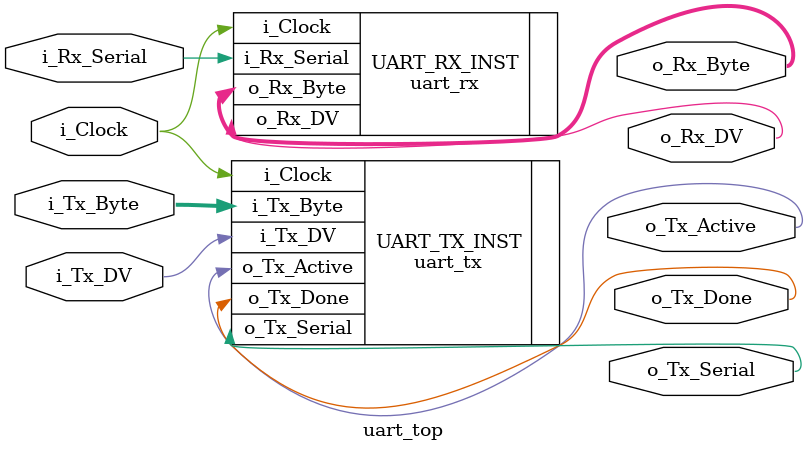
<source format=v>
`timescale 1ns / 1ps

`include "/build/repo/gates/uart-test/uart_top/uart_tx.v"
`include "/build/repo/gates/uart-test/uart_top/uart_rx.v"

module uart_top 
   #(parameter c_CLKS_PER_BIT = 87)
   (

    // RX signals
    input        i_Clock,
    input        i_Rx_Serial,
    output       o_Rx_DV,
    output [7:0] o_Rx_Byte,
	
	 // TX signals
    input       i_Tx_DV,
    input [7:0] i_Tx_Byte, 
    output      o_Tx_Active,
    output      o_Tx_Serial,
    output      o_Tx_Done
   );
	 	 
  uart_rx #(.CLKS_PER_BIT(c_CLKS_PER_BIT)) UART_RX_INST
    (.i_Clock(i_Clock),
     .i_Rx_Serial(i_Rx_Serial),
     .o_Rx_DV(o_Rx_DV),
     .o_Rx_Byte(o_Rx_Byte)
     );
   
  uart_tx #(.CLKS_PER_BIT(c_CLKS_PER_BIT)) UART_TX_INST
    (.i_Clock(i_Clock),
     .i_Tx_DV(i_Tx_DV),
     .i_Tx_Byte(i_Tx_Byte),
     .o_Tx_Active(o_Tx_Active),
     .o_Tx_Serial(o_Tx_Serial),
     .o_Tx_Done(o_Tx_Done)
     );

endmodule

</source>
